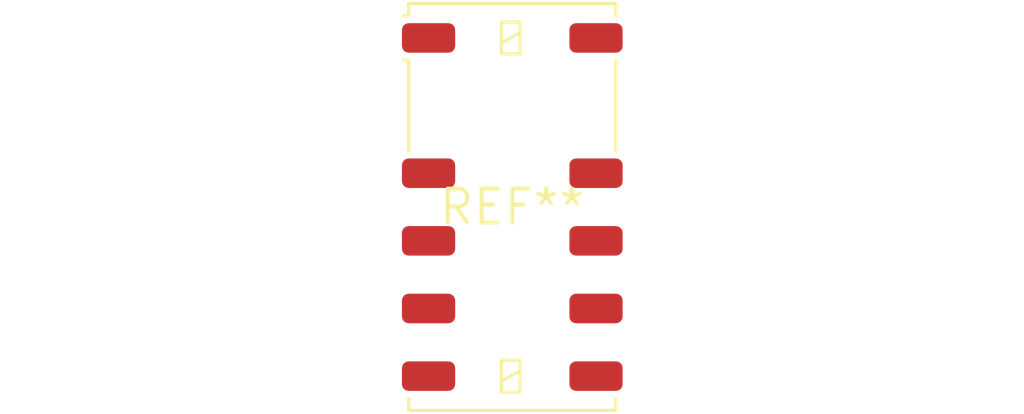
<source format=kicad_pcb>
(kicad_pcb (version 20240108) (generator pcbnew)
  (layers (0 "F.Cu" signal) (31 "B.Cu" signal) (34 "B.Paste" user) (35 "F.Paste" user) (36 "B.SilkS" user "B.Silkscreen") (37 "F.SilkS" user "F.Silkscreen") (38 "B.Mask" user) (39 "F.Mask" user) (44 "Edge.Cuts" user))
  (net 0 "")
  (footprint "Relay_DPDT_Kemet_EE2_NUH_DoubleCoil" (layer "F.Cu") (at 0 0)
    (property "Reference" "REF**")
    (property "Value" "Relay_DPDT_Kemet_EE2_NUH_DoubleCoil")
    (fp_line (start -3.89 -7.64) (end -3.89 -7.18) (layer "F.SilkS") (stroke (width 0.12)))
    (fp_line (start -3.89 -7.18) (end -4.08 -7.18) (layer "F.SilkS") (stroke (width 0.12)))
    (fp_line (start -3.89 -5.52) (end -4.08 -5.52) (layer "F.SilkS") (stroke (width 0.12)))
    (fp_line (start -3.89 -5.52) (end -3.89 -2.1) (layer "F.SilkS") (stroke (width 0.12)))
    (fp_line (start -3.89 7.18) (end -3.89 7.64) (layer "F.SilkS") (stroke (width 0.12)))
    (fp_line (start -0.41 -6.95) (end -0.41 -5.75) (layer "F.SilkS") (stroke (width 0.12)))
    (fp_line (start -0.41 -6.15) (end 0.29 -6.55) (layer "F.SilkS") (stroke (width 0.12)))
    (fp_line (start -0.41 -5.75) (end 0.29 -5.75) (layer "F.SilkS") (stroke (width 0.12)))
    (fp_line (start -0.41 5.75) (end -0.41 6.95) (layer "F.SilkS") (stroke (width 0.12)))
    (fp_line (start -0.41 6.55) (end 0.29 6.15) (layer "F.SilkS") (stroke (width 0.12)))
    (fp_line (start -0.41 6.95) (end 0.29 6.95) (layer "F.SilkS") (stroke (width 0.12)))
    (fp_line (start 0.29 -6.95) (end -0.41 -6.95) (layer "F.SilkS") (stroke (width 0.12)))
    (fp_line (start 0.29 -5.75) (end 0.29 -6.95) (layer "F.SilkS") (stroke (width 0.12)))
    (fp_line (start 0.29 5.75) (end -0.41 5.75) (layer "F.SilkS") (stroke (width 0.12)))
    (fp_line (start 0.29 6.95) (end 0.29 5.75) (layer "F.SilkS") (stroke (width 0.12)))
    (fp_line (start 3.89 -7.64) (end -3.89 -7.64) (layer "F.SilkS") (stroke (width 0.12)))
    (fp_line (start 3.89 -7.64) (end 3.89 -7.18) (layer "F.SilkS") (stroke (width 0.12)))
    (fp_line (start 3.89 -5.52) (end 3.89 -2.1) (layer "F.SilkS") (stroke (width 0.12)))
    (fp_line (start 3.89 7.18) (end 3.89 7.64) (layer "F.SilkS") (stroke (width 0.12)))
    (fp_line (start 3.89 7.64) (end -3.89 7.64) (layer "F.SilkS") (stroke (width 0.12)))
    (pad "1" smd roundrect (at -3.145 -6.35 270) (size 1.11 2) (layers "F.Cu" "F.Paste" "F.Mask") (roundrect_rratio 0.225))
    (pad "3" smd roundrect (at -3.145 -1.27 270) (size 1.11 2) (layers "F.Cu" "F.Paste" "F.Mask") (roundrect_rratio 0.225))
    (pad "4" smd roundrect (at -3.145 1.27 270) (size 1.11 2) (layers "F.Cu" "F.Paste" "F.Mask") (roundrect_rratio 0.225))
    (pad "5" smd roundrect (at -3.145 3.81 270) (size 1.11 2) (layers "F.Cu" "F.Paste" "F.Mask") (roundrect_rratio 0.225))
    (pad "6" smd roundrect (at -3.145 6.35 270) (size 1.11 2) (layers "F.Cu" "F.Paste" "F.Mask") (roundrect_rratio 0.225))
    (pad "7" smd roundrect (at 3.145 6.35 270) (size 1.11 2) (layers "F.Cu" "F.Paste" "F.Mask") (roundrect_rratio 0.225))
    (pad "8" smd roundrect (at 3.145 3.81 270) (size 1.11 2) (layers "F.Cu" "F.Paste" "F.Mask") (roundrect_rratio 0.225))
    (pad "9" smd roundrect (at 3.145 1.27 270) (size 1.11 2) (layers "F.Cu" "F.Paste" "F.Mask") (roundrect_rratio 0.225))
    (pad "10" smd roundrect (at 3.145 -1.27 270) (size 1.11 2) (layers "F.Cu" "F.Paste" "F.Mask") (roundrect_rratio 0.225))
    (pad "12" smd roundrect (at 3.145 -6.35 270) (size 1.11 2) (layers "F.Cu" "F.Paste" "F.Mask") (roundrect_rratio 0.225))
  )
)
</source>
